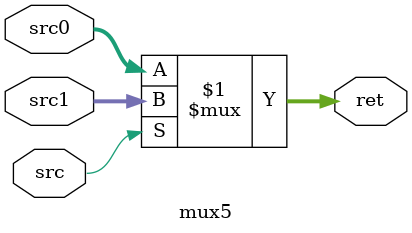
<source format=v>
`timescale 1ns / 1ps

module mux5(
        src1,src0,src,ret
    );
    input [4:0]src1;
    input [4:0]src0;
    input src;
    output [4:0]ret;
    assign ret = src?src1:src0;
    
endmodule

</source>
